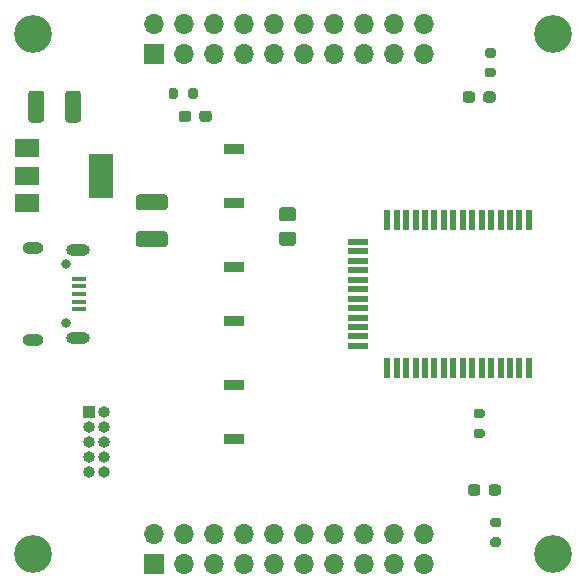
<source format=gbr>
%TF.GenerationSoftware,KiCad,Pcbnew,(5.1.12-1-10_14)*%
%TF.CreationDate,2022-01-30T11:35:25+08:00*%
%TF.ProjectId,bl600-sa-devboard,626c3630-302d-4736-912d-646576626f61,rev?*%
%TF.SameCoordinates,Original*%
%TF.FileFunction,Soldermask,Top*%
%TF.FilePolarity,Negative*%
%FSLAX46Y46*%
G04 Gerber Fmt 4.6, Leading zero omitted, Abs format (unit mm)*
G04 Created by KiCad (PCBNEW (5.1.12-1-10_14)) date 2022-01-30 11:35:25*
%MOMM*%
%LPD*%
G01*
G04 APERTURE LIST*
%ADD10R,1.700000X0.500000*%
%ADD11R,0.499872X1.700022*%
%ADD12R,1.699997X0.899998*%
%ADD13R,2.000000X1.500000*%
%ADD14R,2.000000X3.800000*%
%ADD15O,1.700000X1.700000*%
%ADD16R,1.700000X1.700000*%
%ADD17C,0.800000*%
%ADD18O,1.800000X1.000000*%
%ADD19O,2.000000X1.000000*%
%ADD20R,1.300000X0.450000*%
%ADD21C,3.200000*%
%ADD22O,1.000000X1.000000*%
%ADD23R,1.000000X1.000000*%
G04 APERTURE END LIST*
%TO.C,C3*%
G36*
G01*
X114170002Y-67900000D02*
X111969998Y-67900000D01*
G75*
G02*
X111720000Y-67650002I0J249998D01*
G01*
X111720000Y-66824998D01*
G75*
G02*
X111969998Y-66575000I249998J0D01*
G01*
X114170002Y-66575000D01*
G75*
G02*
X114420000Y-66824998I0J-249998D01*
G01*
X114420000Y-67650002D01*
G75*
G02*
X114170002Y-67900000I-249998J0D01*
G01*
G37*
G36*
G01*
X114170002Y-71025000D02*
X111969998Y-71025000D01*
G75*
G02*
X111720000Y-70775002I0J249998D01*
G01*
X111720000Y-69949998D01*
G75*
G02*
X111969998Y-69700000I249998J0D01*
G01*
X114170002Y-69700000D01*
G75*
G02*
X114420000Y-69949998I0J-249998D01*
G01*
X114420000Y-70775002D01*
G75*
G02*
X114170002Y-71025000I-249998J0D01*
G01*
G37*
%TD*%
%TO.C,C2*%
G36*
G01*
X103950000Y-58039998D02*
X103950000Y-60240002D01*
G75*
G02*
X103700002Y-60490000I-249998J0D01*
G01*
X102874998Y-60490000D01*
G75*
G02*
X102625000Y-60240002I0J249998D01*
G01*
X102625000Y-58039998D01*
G75*
G02*
X102874998Y-57790000I249998J0D01*
G01*
X103700002Y-57790000D01*
G75*
G02*
X103950000Y-58039998I0J-249998D01*
G01*
G37*
G36*
G01*
X107075000Y-58039998D02*
X107075000Y-60240002D01*
G75*
G02*
X106825002Y-60490000I-249998J0D01*
G01*
X105999998Y-60490000D01*
G75*
G02*
X105750000Y-60240002I0J249998D01*
G01*
X105750000Y-58039998D01*
G75*
G02*
X105999998Y-57790000I249998J0D01*
G01*
X106825002Y-57790000D01*
G75*
G02*
X107075000Y-58039998I0J-249998D01*
G01*
G37*
%TD*%
D10*
%TO.C,MOD1*%
X130500146Y-79400042D03*
X130500146Y-78599942D03*
X130500146Y-77800096D03*
X130500146Y-76999996D03*
X130500146Y-76199896D03*
X130500146Y-75400050D03*
X130500146Y-74599950D03*
X130500146Y-73800104D03*
X130500146Y-73000004D03*
X130500146Y-72199904D03*
X130500146Y-71400058D03*
D11*
X144999990Y-81249924D03*
X144199890Y-81249924D03*
X143400044Y-81249924D03*
X142599944Y-81249924D03*
X141800098Y-81249924D03*
X140999998Y-81249924D03*
X140199898Y-81249924D03*
X139400052Y-81249924D03*
X138599952Y-81249924D03*
X137800106Y-81249924D03*
X137000006Y-81249924D03*
X136199906Y-81249924D03*
X135400060Y-81249924D03*
X134599960Y-81249924D03*
X133800114Y-81249924D03*
X133000014Y-81249924D03*
X133000014Y-68750076D03*
X133800114Y-68750076D03*
X134599960Y-68750076D03*
X135400060Y-68750076D03*
X136199906Y-68750076D03*
X137000006Y-68750076D03*
X137800106Y-68750076D03*
X138599952Y-68750076D03*
X139400052Y-68750076D03*
X140199898Y-68750076D03*
X140999998Y-68750076D03*
X141800098Y-68750076D03*
X142599944Y-68750076D03*
X143400044Y-68750076D03*
X144199890Y-68750076D03*
D10*
X130500146Y-70599958D03*
D11*
X144999990Y-68750076D03*
%TD*%
%TO.C,C1*%
G36*
G01*
X124085000Y-69737500D02*
X125035000Y-69737500D01*
G75*
G02*
X125285000Y-69987500I0J-250000D01*
G01*
X125285000Y-70662500D01*
G75*
G02*
X125035000Y-70912500I-250000J0D01*
G01*
X124085000Y-70912500D01*
G75*
G02*
X123835000Y-70662500I0J250000D01*
G01*
X123835000Y-69987500D01*
G75*
G02*
X124085000Y-69737500I250000J0D01*
G01*
G37*
G36*
G01*
X124085000Y-67662500D02*
X125035000Y-67662500D01*
G75*
G02*
X125285000Y-67912500I0J-250000D01*
G01*
X125285000Y-68587500D01*
G75*
G02*
X125035000Y-68837500I-250000J0D01*
G01*
X124085000Y-68837500D01*
G75*
G02*
X123835000Y-68587500I0J250000D01*
G01*
X123835000Y-67912500D01*
G75*
G02*
X124085000Y-67662500I250000J0D01*
G01*
G37*
%TD*%
D12*
%TO.C,SW3*%
X120000000Y-62700030D03*
X120000000Y-67299970D03*
%TD*%
%TO.C,SW2*%
X120000000Y-87299970D03*
X120000000Y-82700030D03*
%TD*%
%TO.C,SW1*%
X120000000Y-77299970D03*
X120000000Y-72700030D03*
%TD*%
%TO.C,R4*%
G36*
G01*
X142015000Y-55005000D02*
X141465000Y-55005000D01*
G75*
G02*
X141265000Y-54805000I0J200000D01*
G01*
X141265000Y-54405000D01*
G75*
G02*
X141465000Y-54205000I200000J0D01*
G01*
X142015000Y-54205000D01*
G75*
G02*
X142215000Y-54405000I0J-200000D01*
G01*
X142215000Y-54805000D01*
G75*
G02*
X142015000Y-55005000I-200000J0D01*
G01*
G37*
G36*
G01*
X142015000Y-56655000D02*
X141465000Y-56655000D01*
G75*
G02*
X141265000Y-56455000I0J200000D01*
G01*
X141265000Y-56055000D01*
G75*
G02*
X141465000Y-55855000I200000J0D01*
G01*
X142015000Y-55855000D01*
G75*
G02*
X142215000Y-56055000I0J-200000D01*
G01*
X142215000Y-56455000D01*
G75*
G02*
X142015000Y-56655000I-200000J0D01*
G01*
G37*
%TD*%
%TO.C,R3*%
G36*
G01*
X141925000Y-95615000D02*
X142475000Y-95615000D01*
G75*
G02*
X142675000Y-95815000I0J-200000D01*
G01*
X142675000Y-96215000D01*
G75*
G02*
X142475000Y-96415000I-200000J0D01*
G01*
X141925000Y-96415000D01*
G75*
G02*
X141725000Y-96215000I0J200000D01*
G01*
X141725000Y-95815000D01*
G75*
G02*
X141925000Y-95615000I200000J0D01*
G01*
G37*
G36*
G01*
X141925000Y-93965000D02*
X142475000Y-93965000D01*
G75*
G02*
X142675000Y-94165000I0J-200000D01*
G01*
X142675000Y-94565000D01*
G75*
G02*
X142475000Y-94765000I-200000J0D01*
G01*
X141925000Y-94765000D01*
G75*
G02*
X141725000Y-94565000I0J200000D01*
G01*
X141725000Y-94165000D01*
G75*
G02*
X141925000Y-93965000I200000J0D01*
G01*
G37*
%TD*%
%TO.C,R2*%
G36*
G01*
X115305000Y-57755000D02*
X115305000Y-58305000D01*
G75*
G02*
X115105000Y-58505000I-200000J0D01*
G01*
X114705000Y-58505000D01*
G75*
G02*
X114505000Y-58305000I0J200000D01*
G01*
X114505000Y-57755000D01*
G75*
G02*
X114705000Y-57555000I200000J0D01*
G01*
X115105000Y-57555000D01*
G75*
G02*
X115305000Y-57755000I0J-200000D01*
G01*
G37*
G36*
G01*
X116955000Y-57755000D02*
X116955000Y-58305000D01*
G75*
G02*
X116755000Y-58505000I-200000J0D01*
G01*
X116355000Y-58505000D01*
G75*
G02*
X116155000Y-58305000I0J200000D01*
G01*
X116155000Y-57755000D01*
G75*
G02*
X116355000Y-57555000I200000J0D01*
G01*
X116755000Y-57555000D01*
G75*
G02*
X116955000Y-57755000I0J-200000D01*
G01*
G37*
%TD*%
%TO.C,D3*%
G36*
G01*
X140430000Y-58092500D02*
X140430000Y-58567500D01*
G75*
G02*
X140192500Y-58805000I-237500J0D01*
G01*
X139617500Y-58805000D01*
G75*
G02*
X139380000Y-58567500I0J237500D01*
G01*
X139380000Y-58092500D01*
G75*
G02*
X139617500Y-57855000I237500J0D01*
G01*
X140192500Y-57855000D01*
G75*
G02*
X140430000Y-58092500I0J-237500D01*
G01*
G37*
G36*
G01*
X142180000Y-58092500D02*
X142180000Y-58567500D01*
G75*
G02*
X141942500Y-58805000I-237500J0D01*
G01*
X141367500Y-58805000D01*
G75*
G02*
X141130000Y-58567500I0J237500D01*
G01*
X141130000Y-58092500D01*
G75*
G02*
X141367500Y-57855000I237500J0D01*
G01*
X141942500Y-57855000D01*
G75*
G02*
X142180000Y-58092500I0J-237500D01*
G01*
G37*
%TD*%
%TO.C,D2*%
G36*
G01*
X140880000Y-91362500D02*
X140880000Y-91837500D01*
G75*
G02*
X140642500Y-92075000I-237500J0D01*
G01*
X140067500Y-92075000D01*
G75*
G02*
X139830000Y-91837500I0J237500D01*
G01*
X139830000Y-91362500D01*
G75*
G02*
X140067500Y-91125000I237500J0D01*
G01*
X140642500Y-91125000D01*
G75*
G02*
X140880000Y-91362500I0J-237500D01*
G01*
G37*
G36*
G01*
X142630000Y-91362500D02*
X142630000Y-91837500D01*
G75*
G02*
X142392500Y-92075000I-237500J0D01*
G01*
X141817500Y-92075000D01*
G75*
G02*
X141580000Y-91837500I0J237500D01*
G01*
X141580000Y-91362500D01*
G75*
G02*
X141817500Y-91125000I237500J0D01*
G01*
X142392500Y-91125000D01*
G75*
G02*
X142630000Y-91362500I0J-237500D01*
G01*
G37*
%TD*%
%TO.C,D1*%
G36*
G01*
X116400000Y-59722500D02*
X116400000Y-60197500D01*
G75*
G02*
X116162500Y-60435000I-237500J0D01*
G01*
X115587500Y-60435000D01*
G75*
G02*
X115350000Y-60197500I0J237500D01*
G01*
X115350000Y-59722500D01*
G75*
G02*
X115587500Y-59485000I237500J0D01*
G01*
X116162500Y-59485000D01*
G75*
G02*
X116400000Y-59722500I0J-237500D01*
G01*
G37*
G36*
G01*
X118150000Y-59722500D02*
X118150000Y-60197500D01*
G75*
G02*
X117912500Y-60435000I-237500J0D01*
G01*
X117337500Y-60435000D01*
G75*
G02*
X117100000Y-60197500I0J237500D01*
G01*
X117100000Y-59722500D01*
G75*
G02*
X117337500Y-59485000I237500J0D01*
G01*
X117912500Y-59485000D01*
G75*
G02*
X118150000Y-59722500I0J-237500D01*
G01*
G37*
%TD*%
D13*
%TO.C,U2*%
X102470000Y-62680000D03*
X102470000Y-67280000D03*
X102470000Y-64980000D03*
D14*
X108770000Y-64980000D03*
%TD*%
%TO.C,R1*%
G36*
G01*
X140515000Y-86395000D02*
X141065000Y-86395000D01*
G75*
G02*
X141265000Y-86595000I0J-200000D01*
G01*
X141265000Y-86995000D01*
G75*
G02*
X141065000Y-87195000I-200000J0D01*
G01*
X140515000Y-87195000D01*
G75*
G02*
X140315000Y-86995000I0J200000D01*
G01*
X140315000Y-86595000D01*
G75*
G02*
X140515000Y-86395000I200000J0D01*
G01*
G37*
G36*
G01*
X140515000Y-84745000D02*
X141065000Y-84745000D01*
G75*
G02*
X141265000Y-84945000I0J-200000D01*
G01*
X141265000Y-85345000D01*
G75*
G02*
X141065000Y-85545000I-200000J0D01*
G01*
X140515000Y-85545000D01*
G75*
G02*
X140315000Y-85345000I0J200000D01*
G01*
X140315000Y-84945000D01*
G75*
G02*
X140515000Y-84745000I200000J0D01*
G01*
G37*
%TD*%
D15*
%TO.C,J3*%
X136150000Y-52140000D03*
X136150000Y-54680000D03*
X133610000Y-52140000D03*
X133610000Y-54680000D03*
X131070000Y-52140000D03*
X131070000Y-54680000D03*
X128530000Y-52140000D03*
X128530000Y-54680000D03*
X125990000Y-52140000D03*
X125990000Y-54680000D03*
X123450000Y-52140000D03*
X123450000Y-54680000D03*
X120910000Y-52140000D03*
X120910000Y-54680000D03*
X118370000Y-52140000D03*
X118370000Y-54680000D03*
X115830000Y-52140000D03*
X115830000Y-54680000D03*
X113290000Y-52140000D03*
D16*
X113290000Y-54680000D03*
%TD*%
D15*
%TO.C,J2*%
X136150000Y-95320000D03*
X136150000Y-97860000D03*
X133610000Y-95320000D03*
X133610000Y-97860000D03*
X131070000Y-95320000D03*
X131070000Y-97860000D03*
X128530000Y-95320000D03*
X128530000Y-97860000D03*
X125990000Y-95320000D03*
X125990000Y-97860000D03*
X123450000Y-95320000D03*
X123450000Y-97860000D03*
X120910000Y-95320000D03*
X120910000Y-97860000D03*
X118370000Y-95320000D03*
X118370000Y-97860000D03*
X115830000Y-95320000D03*
X115830000Y-97860000D03*
X113290000Y-95320000D03*
D16*
X113290000Y-97860000D03*
%TD*%
D17*
%TO.C,J1*%
X105800000Y-77500000D03*
X105800000Y-72500000D03*
D18*
X103050000Y-78875000D03*
X103050000Y-71125000D03*
D19*
X106850000Y-78725000D03*
X106850000Y-71275000D03*
D20*
X106900000Y-76300000D03*
X106900000Y-75650000D03*
X106900000Y-75000000D03*
X106900000Y-74350000D03*
X106900000Y-73700000D03*
%TD*%
D21*
%TO.C,H4*%
X147000000Y-97000000D03*
%TD*%
%TO.C,H3*%
X103000000Y-97000000D03*
%TD*%
%TO.C,H2*%
X147000000Y-53000000D03*
%TD*%
%TO.C,H1*%
X103000000Y-53000000D03*
%TD*%
D22*
%TO.C,CON1*%
X107775000Y-90080000D03*
X109045000Y-90080000D03*
X107775000Y-88810000D03*
X109045000Y-88810000D03*
X107775000Y-87540000D03*
X109045000Y-87540000D03*
X107775000Y-86270000D03*
X109045000Y-86270000D03*
X109045000Y-85000000D03*
D23*
X107775000Y-85000000D03*
%TD*%
M02*

</source>
